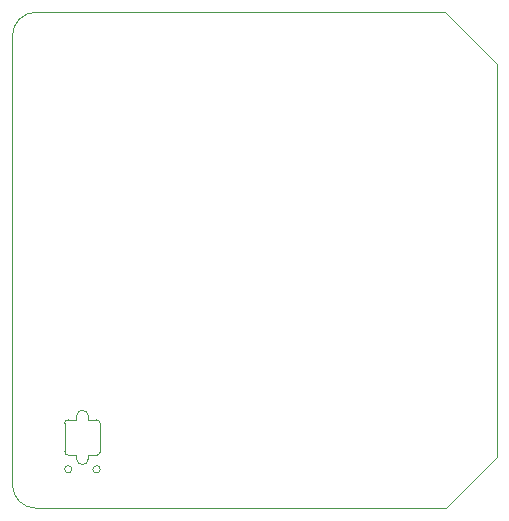
<source format=gbr>
%TF.GenerationSoftware,KiCad,Pcbnew,9.0.2*%
%TF.CreationDate,2025-09-04T21:02:57-04:00*%
%TF.ProjectId,GPSWatch,47505357-6174-4636-982e-6b696361645f,rev?*%
%TF.SameCoordinates,Original*%
%TF.FileFunction,Profile,NP*%
%FSLAX46Y46*%
G04 Gerber Fmt 4.6, Leading zero omitted, Abs format (unit mm)*
G04 Created by KiCad (PCBNEW 9.0.2) date 2025-09-04 21:02:57*
%MOMM*%
%LPD*%
G01*
G04 APERTURE LIST*
%TA.AperFunction,Profile*%
%ADD10C,0.050000*%
%TD*%
G04 APERTURE END LIST*
D10*
X134500000Y-94400000D02*
X134500000Y-132400000D01*
X171100000Y-92400000D02*
X136500000Y-92400000D01*
X136500000Y-134400000D02*
X171200000Y-134400000D01*
X171100000Y-92400000D02*
X175500000Y-96800000D01*
X171200000Y-134400000D02*
X175500000Y-130100000D01*
X136500000Y-134400000D02*
G75*
G02*
X134500000Y-132400000I0J2000000D01*
G01*
X134500000Y-94400000D02*
G75*
G02*
X136500000Y-92400000I2000000J0D01*
G01*
X175500000Y-130100000D02*
X175500000Y-96800000D01*
%TO.C,SW1*%
X138925000Y-127200000D02*
X138925000Y-128400000D01*
X138925000Y-129600000D02*
X138925000Y-128400000D01*
X139225000Y-126900000D02*
X139925000Y-126900000D01*
X139225000Y-129900000D02*
X139925000Y-129900000D01*
X139925000Y-126600000D02*
X139925000Y-126900000D01*
X139925000Y-130200000D02*
X139925000Y-129900000D01*
X140925000Y-126600000D02*
X140925000Y-126900000D01*
X140925000Y-130200000D02*
X140925000Y-129900000D01*
X141625000Y-126900000D02*
X140925000Y-126900000D01*
X141625000Y-129900000D02*
X140925000Y-129900000D01*
X141925000Y-127200000D02*
X141925000Y-128400000D01*
X141925000Y-129600000D02*
X141925000Y-128400000D01*
X138925000Y-127200000D02*
G75*
G02*
X139225000Y-126900000I300000J0D01*
G01*
X139225000Y-129900000D02*
G75*
G02*
X138925000Y-129600000I0J300000D01*
G01*
X139925000Y-126600000D02*
G75*
G02*
X140925000Y-126600000I500000J0D01*
G01*
X140925000Y-130200000D02*
G75*
G02*
X139925000Y-130200000I-500000J0D01*
G01*
X141625000Y-126900000D02*
G75*
G02*
X141925000Y-127200000I0J-300000D01*
G01*
X141925000Y-129600000D02*
G75*
G02*
X141625000Y-129900000I-300000J0D01*
G01*
X139535000Y-131100000D02*
G75*
G02*
X138915000Y-131100000I-310000J0D01*
G01*
X138915000Y-131100000D02*
G75*
G02*
X139535000Y-131100000I310000J0D01*
G01*
X141935000Y-131100000D02*
G75*
G02*
X141315000Y-131100000I-310000J0D01*
G01*
X141315000Y-131100000D02*
G75*
G02*
X141935000Y-131100000I310000J0D01*
G01*
%TD*%
M02*

</source>
